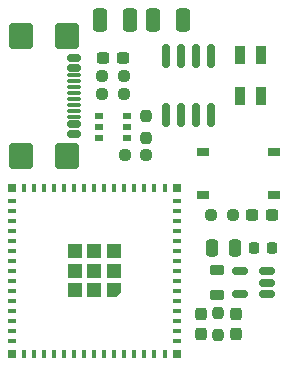
<source format=gbr>
%TF.GenerationSoftware,KiCad,Pcbnew,9.0.0*%
%TF.CreationDate,2025-09-04T13:10:29+02:00*%
%TF.ProjectId,usb-dmx,7573622d-646d-4782-9e6b-696361645f70,1*%
%TF.SameCoordinates,Original*%
%TF.FileFunction,Paste,Top*%
%TF.FilePolarity,Positive*%
%FSLAX46Y46*%
G04 Gerber Fmt 4.6, Leading zero omitted, Abs format (unit mm)*
G04 Created by KiCad (PCBNEW 9.0.0) date 2025-09-04 13:10:29*
%MOMM*%
%LPD*%
G01*
G04 APERTURE LIST*
G04 Aperture macros list*
%AMRoundRect*
0 Rectangle with rounded corners*
0 $1 Rounding radius*
0 $2 $3 $4 $5 $6 $7 $8 $9 X,Y pos of 4 corners*
0 Add a 4 corners polygon primitive as box body*
4,1,4,$2,$3,$4,$5,$6,$7,$8,$9,$2,$3,0*
0 Add four circle primitives for the rounded corners*
1,1,$1+$1,$2,$3*
1,1,$1+$1,$4,$5*
1,1,$1+$1,$6,$7*
1,1,$1+$1,$8,$9*
0 Add four rect primitives between the rounded corners*
20,1,$1+$1,$2,$3,$4,$5,0*
20,1,$1+$1,$4,$5,$6,$7,0*
20,1,$1+$1,$6,$7,$8,$9,0*
20,1,$1+$1,$8,$9,$2,$3,0*%
%AMOutline5P*
0 Free polygon, 5 corners , with rotation*
0 The origin of the aperture is its center*
0 number of corners: always 5*
0 $1 to $10 corner X, Y*
0 $11 Rotation angle, in degrees counterclockwise*
0 create outline with 5 corners*
4,1,5,$1,$2,$3,$4,$5,$6,$7,$8,$9,$10,$1,$2,$11*%
%AMOutline6P*
0 Free polygon, 6 corners , with rotation*
0 The origin of the aperture is its center*
0 number of corners: always 6*
0 $1 to $12 corner X, Y*
0 $13 Rotation angle, in degrees counterclockwise*
0 create outline with 6 corners*
4,1,6,$1,$2,$3,$4,$5,$6,$7,$8,$9,$10,$11,$12,$1,$2,$13*%
%AMOutline7P*
0 Free polygon, 7 corners , with rotation*
0 The origin of the aperture is its center*
0 number of corners: always 7*
0 $1 to $14 corner X, Y*
0 $15 Rotation angle, in degrees counterclockwise*
0 create outline with 7 corners*
4,1,7,$1,$2,$3,$4,$5,$6,$7,$8,$9,$10,$11,$12,$13,$14,$1,$2,$15*%
%AMOutline8P*
0 Free polygon, 8 corners , with rotation*
0 The origin of the aperture is its center*
0 number of corners: always 8*
0 $1 to $16 corner X, Y*
0 $17 Rotation angle, in degrees counterclockwise*
0 create outline with 8 corners*
4,1,8,$1,$2,$3,$4,$5,$6,$7,$8,$9,$10,$11,$12,$13,$14,$15,$16,$1,$2,$17*%
G04 Aperture macros list end*
%ADD10RoundRect,0.150000X-0.425000X0.150000X-0.425000X-0.150000X0.425000X-0.150000X0.425000X0.150000X0*%
%ADD11RoundRect,0.075000X-0.500000X0.075000X-0.500000X-0.075000X0.500000X-0.075000X0.500000X0.075000X0*%
%ADD12RoundRect,0.250000X-0.750000X0.840000X-0.750000X-0.840000X0.750000X-0.840000X0.750000X0.840000X0*%
%ADD13RoundRect,0.237500X-0.237500X0.250000X-0.237500X-0.250000X0.237500X-0.250000X0.237500X0.250000X0*%
%ADD14RoundRect,0.237500X-0.250000X-0.237500X0.250000X-0.237500X0.250000X0.237500X-0.250000X0.237500X0*%
%ADD15R,0.850000X1.600000*%
%ADD16R,0.800000X0.400000*%
%ADD17R,0.400000X0.800000*%
%ADD18Outline5P,-0.600000X0.204000X-0.204000X0.600000X0.600000X0.600000X0.600000X-0.600000X-0.600000X-0.600000X180.000000*%
%ADD19R,1.200000X1.200000*%
%ADD20R,0.800000X0.800000*%
%ADD21RoundRect,0.225000X0.225000X0.250000X-0.225000X0.250000X-0.225000X-0.250000X0.225000X-0.250000X0*%
%ADD22RoundRect,0.150000X0.512500X0.150000X-0.512500X0.150000X-0.512500X-0.150000X0.512500X-0.150000X0*%
%ADD23RoundRect,0.237500X0.237500X-0.250000X0.237500X0.250000X-0.237500X0.250000X-0.237500X-0.250000X0*%
%ADD24RoundRect,0.150000X0.150000X-0.825000X0.150000X0.825000X-0.150000X0.825000X-0.150000X-0.825000X0*%
%ADD25R,0.800000X0.550000*%
%ADD26R,1.000000X0.700000*%
%ADD27RoundRect,0.237500X0.300000X0.237500X-0.300000X0.237500X-0.300000X-0.237500X0.300000X-0.237500X0*%
%ADD28RoundRect,0.237500X-0.237500X0.300000X-0.237500X-0.300000X0.237500X-0.300000X0.237500X0.300000X0*%
%ADD29RoundRect,0.237500X0.237500X-0.300000X0.237500X0.300000X-0.237500X0.300000X-0.237500X-0.300000X0*%
%ADD30RoundRect,0.237500X0.250000X0.237500X-0.250000X0.237500X-0.250000X-0.237500X0.250000X-0.237500X0*%
%ADD31RoundRect,0.218750X0.381250X-0.218750X0.381250X0.218750X-0.381250X0.218750X-0.381250X-0.218750X0*%
%ADD32RoundRect,0.300000X0.300000X-0.700000X0.300000X0.700000X-0.300000X0.700000X-0.300000X-0.700000X0*%
%ADD33RoundRect,0.237500X-0.300000X-0.237500X0.300000X-0.237500X0.300000X0.237500X-0.300000X0.237500X0*%
%ADD34RoundRect,0.250000X-0.250000X-0.475000X0.250000X-0.475000X0.250000X0.475000X-0.250000X0.475000X0*%
G04 APERTURE END LIST*
D10*
%TO.C,J1*%
X94290000Y-68500000D03*
X94290000Y-69300000D03*
D11*
X94290000Y-70450000D03*
X94290000Y-71450000D03*
X94290000Y-71950000D03*
X94290000Y-72950000D03*
D10*
X94290000Y-74100000D03*
X94290000Y-74900000D03*
X94290000Y-74900000D03*
X94290000Y-74100000D03*
D11*
X94290000Y-73450000D03*
X94290000Y-72450000D03*
X94290000Y-70950000D03*
X94290000Y-69950000D03*
D10*
X94290000Y-69300000D03*
X94290000Y-68500000D03*
D12*
X93715000Y-66590000D03*
X89785000Y-66590000D03*
X93715000Y-76810000D03*
X89785000Y-76810000D03*
%TD*%
D13*
%TO.C,R3*%
X106500000Y-90087500D03*
X106500000Y-91912500D03*
%TD*%
D14*
%TO.C,R1*%
X96687500Y-71500000D03*
X98512500Y-71500000D03*
%TD*%
%TO.C,R2*%
X96687500Y-70000000D03*
X98512500Y-70000000D03*
%TD*%
D15*
%TO.C,D1*%
X110100000Y-68200000D03*
X108350000Y-68200000D03*
X108350000Y-71700000D03*
X110100000Y-71700000D03*
%TD*%
D16*
%TO.C,U3*%
X103000000Y-92450000D03*
X103000000Y-91600000D03*
X103000000Y-90750000D03*
X103000000Y-89900000D03*
X103000000Y-89050000D03*
X103000000Y-88200000D03*
X103000000Y-87350000D03*
X103000000Y-86500000D03*
X103000000Y-85650000D03*
X103000000Y-84800000D03*
X103000000Y-83950000D03*
X103000000Y-83100000D03*
X103000000Y-82250000D03*
X103000000Y-81400000D03*
X103000000Y-80550000D03*
D17*
X101950000Y-79500000D03*
X101100000Y-79500000D03*
X100250000Y-79500000D03*
X99400000Y-79500000D03*
X98550000Y-79500000D03*
X97700000Y-79500000D03*
X96850000Y-79500000D03*
X96000000Y-79500000D03*
X95150000Y-79500000D03*
X94300000Y-79500000D03*
X93450000Y-79500000D03*
X92600000Y-79500000D03*
X91750000Y-79500000D03*
X90900000Y-79500000D03*
X90050000Y-79500000D03*
D16*
X89000000Y-80550000D03*
X89000000Y-81400000D03*
X89000000Y-82250000D03*
X89000000Y-83100000D03*
X89000000Y-83950000D03*
X89000000Y-84800000D03*
X89000000Y-85650000D03*
X89000000Y-86500000D03*
X89000000Y-87350000D03*
X89000000Y-88200000D03*
X89000000Y-89050000D03*
X89000000Y-89900000D03*
X89000000Y-90750000D03*
X89000000Y-91600000D03*
X89000000Y-92450000D03*
D17*
X90050000Y-93500000D03*
X90900000Y-93500000D03*
X91750000Y-93500000D03*
X92600000Y-93500000D03*
X93450000Y-93500000D03*
X94300000Y-93500000D03*
X95150000Y-93500000D03*
X96000000Y-93500000D03*
X96850000Y-93500000D03*
X97700000Y-93500000D03*
X98550000Y-93500000D03*
X99400000Y-93500000D03*
X100250000Y-93500000D03*
X101100000Y-93500000D03*
X101950000Y-93500000D03*
D18*
X97650000Y-88150000D03*
D19*
X97650000Y-86500000D03*
X97650000Y-84850000D03*
X96000000Y-88150000D03*
X96000000Y-86500000D03*
X96000000Y-84850000D03*
X94350000Y-88150000D03*
X94350000Y-86500000D03*
X94350000Y-84850000D03*
D20*
X103000000Y-93500000D03*
X103000000Y-79500000D03*
X89000000Y-79500000D03*
X89000000Y-93500000D03*
%TD*%
D21*
%TO.C,C1*%
X111050000Y-84550000D03*
X109500000Y-84550000D03*
%TD*%
D22*
%TO.C,U2*%
X110637500Y-88450000D03*
X110637500Y-87500000D03*
X110637500Y-86550000D03*
X108362500Y-86550000D03*
X108362500Y-88450000D03*
%TD*%
D23*
%TO.C,R5*%
X100400000Y-75212500D03*
X100400000Y-73387500D03*
%TD*%
D14*
%TO.C,R4*%
X105887500Y-81800000D03*
X107712500Y-81800000D03*
%TD*%
D24*
%TO.C,U4*%
X102095000Y-73275000D03*
X103365000Y-73275000D03*
X104635000Y-73275000D03*
X105905000Y-73275000D03*
X105905000Y-68325000D03*
X104635000Y-68325000D03*
X103365000Y-68325000D03*
X102095000Y-68325000D03*
%TD*%
D25*
%TO.C,U1*%
X96400000Y-73350000D03*
X96400000Y-74300000D03*
X96400000Y-75250000D03*
X98800000Y-75250000D03*
X98800000Y-74300000D03*
X98800000Y-73350000D03*
%TD*%
D26*
%TO.C,SW1*%
X105200000Y-76400000D03*
X111200000Y-76400000D03*
X105200000Y-80100000D03*
X111200000Y-80100000D03*
%TD*%
D27*
%TO.C,C6*%
X98462500Y-68500000D03*
X96737500Y-68500000D03*
%TD*%
D28*
%TO.C,C4*%
X105000000Y-90137500D03*
X105000000Y-91862500D03*
%TD*%
D29*
%TO.C,C3*%
X108000000Y-91862500D03*
X108000000Y-90137500D03*
%TD*%
D30*
%TO.C,R6*%
X100412500Y-76700000D03*
X98587500Y-76700000D03*
%TD*%
D31*
%TO.C,L1*%
X106362500Y-88562500D03*
X106362500Y-86437500D03*
%TD*%
D32*
%TO.C,J2*%
X96500000Y-65275000D03*
X99000000Y-65275000D03*
X101000000Y-65275000D03*
X103500000Y-65275000D03*
%TD*%
D33*
%TO.C,C5*%
X109337500Y-81800000D03*
X111062500Y-81800000D03*
%TD*%
D34*
%TO.C,C2*%
X106000000Y-84550000D03*
X107900000Y-84550000D03*
%TD*%
M02*

</source>
